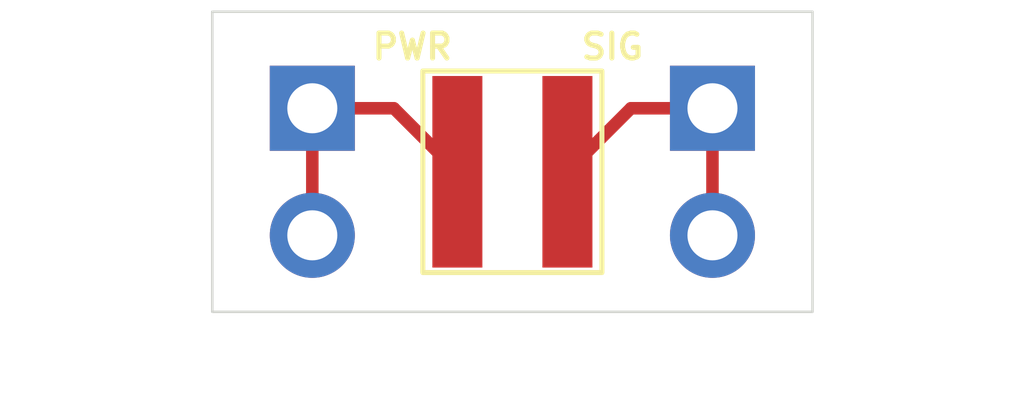
<source format=kicad_pcb>
(kicad_pcb (version 20240108) (generator "pcbnew") (generator_version "8.0")
  (layers (0 "F.Cu" signal) (31 "B.Cu" signal) (34 "B.Paste" user) (35 "F.Paste" user) (36 "B.SilkS" user "B.Silkscreen") (37 "F.SilkS" user "F.Silkscreen") (38 "B.Mask" user) (39 "F.Mask" user) (44 "Edge.Cuts" user))
  (net 0 "")
  (net 1 "SIG")
  (net 2 "HV+")
  (footprint "Connector_PinHeader_2.54mm:PinHeader_1x02_P2.54mm_Vertical" (layer "F.Cu") (at 154 98.73)
    (property "Reference" "J-SIG-1" (hide yes))
    (property "Value" "Conn_01x02_Pin")
    (pad "1" thru_hole rect (at 0 0) (size 1.7 1.7) (drill 1) (layers "*.Cu" "*.Mask" "In1.Cu" "In2.Cu" "In3.Cu" "In4.Cu" "In5.Cu" "In6.Cu" "In7.Cu" "In8.Cu" "In9.Cu" "In10.Cu" "In11.Cu" "In12.Cu" "In13.Cu" "In14.Cu" "In15.Cu" "In16.Cu" "In17.Cu" "In18.Cu" "In19.Cu" "In20.Cu" "In21.Cu" "In22.Cu" "In23.Cu" "In24.Cu" "In25.Cu" "In26.Cu" "In27.Cu" "In28.Cu" "In29.Cu" "In30.Cu") (net 1 "SIG"))
    (pad "2" thru_hole oval (at 0 2.54) (size 1.7 1.7) (drill 1) (layers "*.Cu" "*.Mask" "In1.Cu" "In2.Cu" "In3.Cu" "In4.Cu" "In5.Cu" "In6.Cu" "In7.Cu" "In8.Cu" "In9.Cu" "In10.Cu" "In11.Cu" "In12.Cu" "In13.Cu" "In14.Cu" "In15.Cu" "In16.Cu" "In17.Cu" "In18.Cu" "In19.Cu" "In20.Cu" "In21.Cu" "In22.Cu" "In23.Cu" "In24.Cu" "In25.Cu" "In26.Cu" "In27.Cu" "In28.Cu" "In29.Cu" "In30.Cu") (net 1 "SIG"))
  )
  (footprint "SiPM-FBK:ASD-RGB3S-P-40" (layer "F.Cu") (at 150 100)
    (property "Reference" "D1" (hide yes))
    (property "Value" "~")
    (fp_rect (start -1.79 -2.015) (end 1.79 2.015) (stroke (width 0.1)) (fill none) (layer "F.SilkS"))
    (pad "1" smd rect (at -1.1 0) (size 1 3.83) (layers "F.Cu" "F.Paste" "F.Mask") (net 2 "HV+"))
    (pad "2" smd rect (at 1.1 0) (size 1 3.83) (layers "F.Cu" "F.Paste" "F.Mask") (net 1 "SIG"))
  )
  (footprint "Connector_PinHeader_2.54mm:PinHeader_1x02_P2.54mm_Vertical" (layer "F.Cu") (at 146 98.73)
    (property "Reference" "J-SIG-2" (hide yes))
    (property "Value" "Conn_01x02_Pin")
    (pad "1" thru_hole rect (at 0 0) (size 1.7 1.7) (drill 1) (layers "*.Cu" "*.Mask" "In1.Cu" "In2.Cu" "In3.Cu" "In4.Cu" "In5.Cu" "In6.Cu" "In7.Cu" "In8.Cu" "In9.Cu" "In10.Cu" "In11.Cu" "In12.Cu" "In13.Cu" "In14.Cu" "In15.Cu" "In16.Cu" "In17.Cu" "In18.Cu" "In19.Cu" "In20.Cu" "In21.Cu" "In22.Cu" "In23.Cu" "In24.Cu" "In25.Cu" "In26.Cu" "In27.Cu" "In28.Cu" "In29.Cu" "In30.Cu") (net 2 "HV+"))
    (pad "2" thru_hole oval (at 0 2.54) (size 1.7 1.7) (drill 1) (layers "*.Cu" "*.Mask" "In1.Cu" "In2.Cu" "In3.Cu" "In4.Cu" "In5.Cu" "In6.Cu" "In7.Cu" "In8.Cu" "In9.Cu" "In10.Cu" "In11.Cu" "In12.Cu" "In13.Cu" "In14.Cu" "In15.Cu" "In16.Cu" "In17.Cu" "In18.Cu" "In19.Cu" "In20.Cu" "In21.Cu" "In22.Cu" "In23.Cu" "In24.Cu" "In25.Cu" "In26.Cu" "In27.Cu" "In28.Cu" "In29.Cu" "In30.Cu") (net 2 "HV+"))
  )
  (gr_rect (start 144 96.8) (end 156 102.8) (stroke (width 0.05)) (fill none) (layer "Edge.Cuts"))
  (gr_text "SIG" (at 152 97.5 0) (layer "F.SilkS") (effects (font (size 0.5 0.5) (thickness 0.1))))
  (gr_text "PWR" (at 148 97.5 0) (layer "F.SilkS") (effects (font (size 0.5 0.5) (thickness 0.1))))
  (segment (start 154 98.73) (end 152.37 98.73) (width 0.25) (layer "F.Cu") (net 1))
  (segment (start 152.37 98.73) (end 151.1 100) (width 0.25) (layer "F.Cu") (net 1))
  (segment (start 154 101.27) (end 154 98.73) (width 0.25) (layer "F.Cu") (net 1))
  (segment (start 146 101.27) (end 146 98.73) (width 0.25) (layer "F.Cu") (net 2))
  (segment (start 147.63 98.73) (end 148.9 100) (width 0.25) (layer "F.Cu") (net 2))
  (segment (start 146 98.73) (end 147.63 98.73) (width 0.25) (layer "F.Cu") (net 2))
)
</source>
